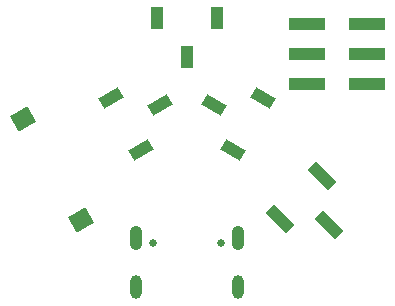
<source format=gbr>
%TF.GenerationSoftware,KiCad,Pcbnew,(6.0.4)*%
%TF.CreationDate,2023-03-23T02:18:43+01:00*%
%TF.ProjectId,FabLight,4661624c-6967-4687-942e-6b696361645f,rev?*%
%TF.SameCoordinates,Original*%
%TF.FileFunction,Soldermask,Bot*%
%TF.FilePolarity,Negative*%
%FSLAX46Y46*%
G04 Gerber Fmt 4.6, Leading zero omitted, Abs format (unit mm)*
G04 Created by KiCad (PCBNEW (6.0.4)) date 2023-03-23 02:18:43*
%MOMM*%
%LPD*%
G01*
G04 APERTURE LIST*
G04 Aperture macros list*
%AMRotRect*
0 Rectangle, with rotation*
0 The origin of the aperture is its center*
0 $1 length*
0 $2 width*
0 $3 Rotation angle, in degrees counterclockwise*
0 Add horizontal line*
21,1,$1,$2,0,0,$3*%
G04 Aperture macros list end*
%ADD10C,0.650000*%
%ADD11O,1.050000X2.100000*%
%ADD12O,1.000000X2.000000*%
%ADD13RotRect,1.900000X1.000000X30.000000*%
%ADD14RotRect,2.510000X1.000000X315.000000*%
%ADD15RotRect,1.700000X1.500000X30.000000*%
%ADD16RotRect,1.900000X1.000000X150.000000*%
%ADD17R,3.150000X1.000000*%
%ADD18R,1.000000X1.900000*%
G04 APERTURE END LIST*
D10*
%TO.C,J4*%
X41008816Y-51259386D03*
X35228816Y-51259386D03*
D11*
X33798816Y-50759386D03*
D12*
X33798816Y-54939386D03*
X42438816Y-54939386D03*
D11*
X42438816Y-50759386D03*
%TD*%
D13*
%TO.C,J1*%
X34245132Y-43374794D03*
X35833016Y-39525089D03*
X31705132Y-38975384D03*
%TD*%
D14*
%TO.C,J6*%
X45970064Y-49181136D03*
X50106639Y-49725608D03*
X49562167Y-45589033D03*
%TD*%
D15*
%TO.C,LS1*%
X24221103Y-40727360D03*
X29171103Y-49301012D03*
%TD*%
D16*
%TO.C,J3*%
X44546902Y-38979101D03*
X40419018Y-39528806D03*
X42006902Y-43378511D03*
%TD*%
D17*
%TO.C,J5*%
X48293412Y-37798534D03*
X53343412Y-37798534D03*
X48293412Y-35258534D03*
X53343412Y-35258534D03*
X48293412Y-32718534D03*
X53343412Y-32718534D03*
%TD*%
D18*
%TO.C,J2*%
X35588224Y-32215138D03*
X38128224Y-35515138D03*
X40668224Y-32215138D03*
%TD*%
M02*

</source>
